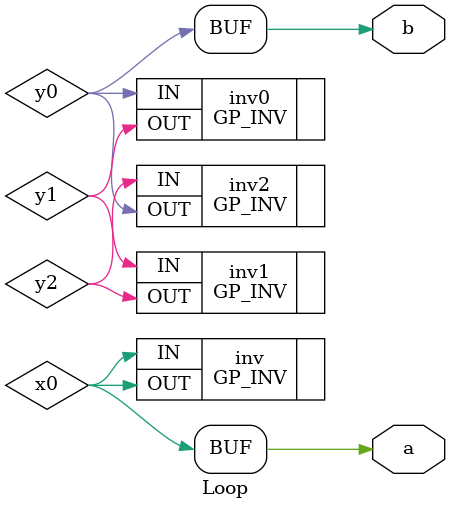
<source format=v>
/***********************************************************************************************************************
 * Copyright (C) 2016 Andrew Zonenberg and contributors                                                                *
 *                                                                                                                     *
 * This program is free software; you can redistribute it and/or modify it under the terms of the GNU Lesser General   *
 * Public License as published by the Free Software Foundation; either version 2.1 of the License, or (at your option) *
 * any later version.                                                                                                  *
 *                                                                                                                     *
 * This program is distributed in the hope that it will be useful, but WITHOUT ANY WARRANTY; without even the implied  *
 * warranty of MERCHANTABILITY or FITNESS FOR A PARTICULAR PURPOSE.  See the GNU Lesser General Public License for     *
 * more details.                                                                                                       *
 *                                                                                                                     *
 * You should have received a copy of the GNU Lesser General Public License along with this program; if not, you may   *
 * find one here:                                                                                                      *
 * https://www.gnu.org/licenses/old-licenses/lgpl-2.1.txt                                                              *
 * or you may search the http://www.gnu.org website for the version 2.1 license, or you may write to the Free Software *
 * Foundation, Inc., 51 Franklin Street, Fifth Floor, Boston, MA  02110-1301, USA                                      *
 **********************************************************************************************************************/

`default_nettype none

module Loop(a, b);

	////////////////////////////////////////////////////////////////////////////////////////////////////////////////////
	// I/O declarations

	(* LOC = "P4" *)
	output wire a;

	(* LOC = "P6" *)
	output wire b;

	////////////////////////////////////////////////////////////////////////////////////////////////////////////////////
	// Logic loops

	wire x0;
	GP_INV inv(.IN(x0), .OUT(x0));
	assign a = x0;

	wire y0, y1, y2;
	GP_INV inv0(.IN(y0), .OUT(y1));
	GP_INV inv1(.IN(y1), .OUT(y2));
	GP_INV inv2(.IN(y2), .OUT(y0));
	assign b = y0;

endmodule

</source>
